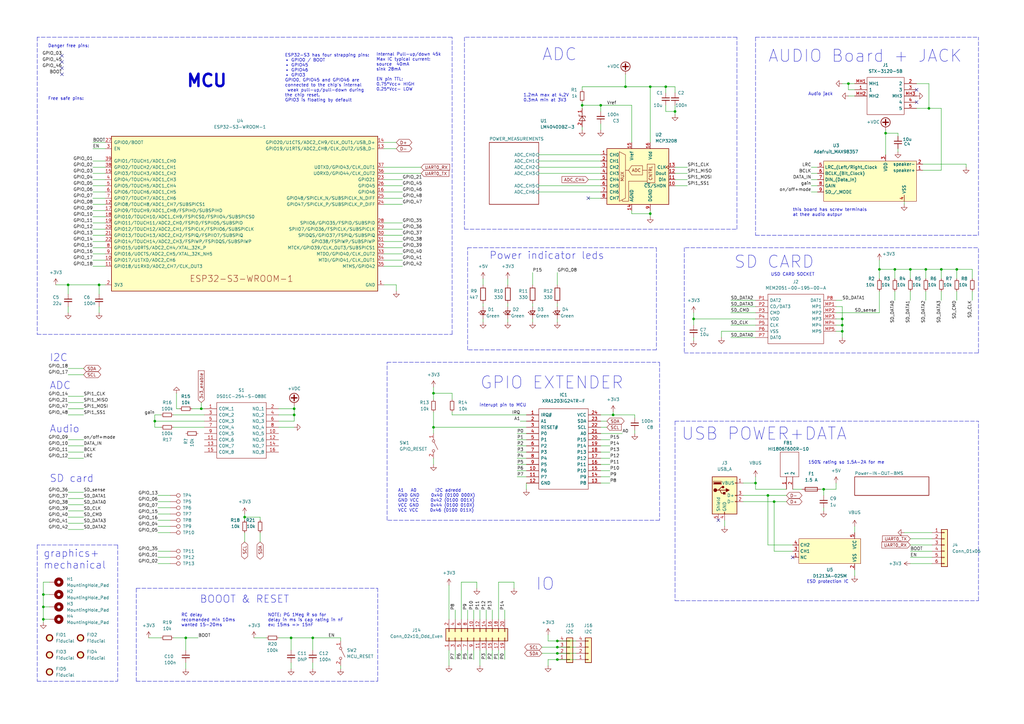
<source format=kicad_sch>
(kicad_sch (version 20211123) (generator eeschema)
  (paper "A3")
  (title_block (title "ESP32 MP3 player/web radio+power meter+uSD dataloger") (date "2022-06-30") (rev "2"))
  (junction (at 228.6 270.51))
  (junction (at 63.5 172.72))
  (junction (at 17.78 243.84))
  (junction (at 373.38 110.49))
  (junction (at 367.03 110.49))
  (junction (at 392.43 110.49))
  (junction (at 82.55 167.64))
  (junction (at 256.54 35.56))
  (junction (at 314.96 203.2))
  (junction (at 246.38 43.18))
  (junction (at 177.8 161.29))
  (junction (at 381 44.45))
  (junction (at 379.73 110.49))
  (junction (at 337.82 200.66))
  (junction (at 120.65 167.64))
  (junction (at 76.2 261.62))
  (junction (at 276.86 45.72))
  (junction (at 17.78 248.92))
  (junction (at 386.08 110.49))
  (junction (at 128.27 261.62))
  (junction (at 345.44 133.35))
  (junction (at 177.8 175.26))
  (junction (at 266.7 87.63))
  (junction (at 119.38 261.62))
  (junction (at 27.94 116.84))
  (junction (at 228.6 262.89))
  (junction (at 317.5 205.74))
  (junction (at 309.88 198.12))
  (junction (at 228.6 267.97))
  (junction (at 40.64 116.84))
  (junction (at 347.98 34.29))
  (junction (at 360.68 110.49))
  (junction (at 100.33 212.09))
  (junction (at 251.46 170.18))
  (junction (at 363.22 54.61))
  (junction (at 266.7 35.56))
  (junction (at 120.65 170.18))
  (junction (at 273.05 35.56))
  (junction (at 284.48 130.81))
  (junction (at 228.6 265.43))
  (junction (at 17.78 254))
  (junction (at 238.76 43.18))
  (junction (at 345.44 135.89))
  (junction (at 345.44 130.81))
  (no_connect (at 241.3 81.28))
  (no_connect (at 25.4 25.4))
  (no_connect (at 25.4 30.48))
  (no_connect (at 25.4 27.94))
  (no_connect (at 375.92 36.83))
  (no_connect (at 375.92 41.91))
  (no_connect (at 25.4 22.86))
  (no_connect (at 294.64 213.36))
  (no_connect (at 325.12 228.6))
  (wire (pts (xy 224.79 260.35) (xy 224.79 262.89)))
  (wire (pts (xy 304.8 198.12) (xy 309.88 198.12)))
  (wire (pts (xy 255.27 177.8) (xy 246.38 177.8)))
  (wire (pts (xy 375.92 44.45) (xy 381 44.45)))
  (wire (pts (xy 332.74 71.12) (xy 335.28 71.12)))
  (wire (pts (xy 81.28 261.62) (xy 76.2 261.62)))
  (wire (pts (xy 27.94 180.34) (xy 34.29 180.34)))
  (wire (pts (xy 220.98 71.12) (xy 246.38 71.12)))
  (wire (pts (xy 64.77 228.6) (xy 69.85 228.6)))
  (wire (pts (xy 198.12 114.3) (xy 198.12 116.84)))
  (wire (pts (xy 342.9 133.35) (xy 345.44 133.35)))
  (polyline (pts (xy 240.03 148.59) (xy 270.51 148.59)))
  (wire (pts (xy 378.46 67.31) (xy 396.24 67.31)))
  (wire (pts (xy 201.93 270.51) (xy 201.93 266.7)))
  (wire (pts (xy 299.72 133.35) (xy 309.88 133.35)))
  (wire (pts (xy 157.48 68.58) (xy 172.72 68.58)))
  (wire (pts (xy 189.23 254) (xy 189.23 238.76)))
  (wire (pts (xy 64.77 205.74) (xy 69.85 205.74)))
  (wire (pts (xy 38.1 91.44) (xy 43.18 91.44)))
  (wire (pts (xy 114.3 175.26) (xy 120.65 175.26)))
  (wire (pts (xy 259.08 43.18) (xy 259.08 58.42)))
  (wire (pts (xy 177.8 175.26) (xy 215.9 175.26)))
  (polyline (pts (xy 270.51 213.36) (xy 158.75 213.36)))
  (wire (pts (xy 212.09 195.58) (xy 215.9 195.58)))
  (wire (pts (xy 373.38 220.98) (xy 382.27 220.98)))
  (wire (pts (xy 38.1 68.58) (xy 43.18 68.58)))
  (wire (pts (xy 379.73 119.38) (xy 379.73 123.19)))
  (wire (pts (xy 157.48 106.68) (xy 165.1 106.68)))
  (wire (pts (xy 17.78 254) (xy 20.32 254)))
  (polyline (pts (xy 270.51 148.59) (xy 270.51 213.36)))
  (wire (pts (xy 284.48 133.35) (xy 284.48 130.81)))
  (wire (pts (xy 238.76 52.07) (xy 238.76 53.34)))
  (wire (pts (xy 392.43 110.49) (xy 392.43 114.3)))
  (wire (pts (xy 186.69 270.51) (xy 186.69 266.7)))
  (wire (pts (xy 27.94 187.96) (xy 34.29 187.96)))
  (wire (pts (xy 78.74 167.64) (xy 82.55 167.64)))
  (wire (pts (xy 241.3 81.28) (xy 246.38 81.28)))
  (wire (pts (xy 218.44 111.76) (xy 218.44 116.84)))
  (wire (pts (xy 367.03 110.49) (xy 373.38 110.49)))
  (wire (pts (xy 64.77 231.14) (xy 69.85 231.14)))
  (wire (pts (xy 198.12 130.81) (xy 198.12 132.08)))
  (wire (pts (xy 228.6 270.51) (xy 236.22 270.51)))
  (wire (pts (xy 373.38 228.6) (xy 382.27 228.6)))
  (wire (pts (xy 381 34.29) (xy 375.92 34.29)))
  (wire (pts (xy 64.77 210.82) (xy 69.85 210.82)))
  (wire (pts (xy 246.38 182.88) (xy 250.19 182.88)))
  (wire (pts (xy 276.86 43.18) (xy 276.86 45.72)))
  (wire (pts (xy 157.48 83.82) (xy 165.1 83.82)))
  (wire (pts (xy 246.38 198.12) (xy 250.19 198.12)))
  (wire (pts (xy 241.3 73.66) (xy 246.38 73.66)))
  (wire (pts (xy 128.27 271.78) (xy 128.27 274.32)))
  (wire (pts (xy 120.65 166.37) (xy 120.65 167.64)))
  (wire (pts (xy 314.96 203.2) (xy 314.96 223.52)))
  (polyline (pts (xy 185.42 15.24) (xy 15.24 15.24)))
  (wire (pts (xy 185.42 161.29) (xy 177.8 161.29)))
  (wire (pts (xy 22.86 116.84) (xy 27.94 116.84)))
  (wire (pts (xy 38.1 106.68) (xy 43.18 106.68)))
  (wire (pts (xy 218.44 124.46) (xy 218.44 125.73)))
  (wire (pts (xy 76.2 266.7) (xy 76.2 261.62)))
  (wire (pts (xy 325.12 223.52) (xy 314.96 223.52)))
  (wire (pts (xy 332.74 73.66) (xy 335.28 73.66)))
  (wire (pts (xy 63.5 172.72) (xy 63.5 175.26)))
  (wire (pts (xy 299.72 138.43) (xy 309.88 138.43)))
  (wire (pts (xy 157.48 101.6) (xy 165.1 101.6)))
  (wire (pts (xy 40.64 120.65) (xy 40.64 116.84)))
  (polyline (pts (xy 309.88 96.52) (xy 401.32 96.52)))
  (wire (pts (xy 177.8 158.75) (xy 177.8 161.29)))
  (wire (pts (xy 157.48 71.12) (xy 172.72 71.12)))
  (wire (pts (xy 276.86 68.58) (xy 281.94 68.58)))
  (wire (pts (xy 120.65 170.18) (xy 120.65 167.64)))
  (wire (pts (xy 82.55 167.64) (xy 83.82 167.64)))
  (polyline (pts (xy 401.32 246.38) (xy 401.32 172.72)))
  (wire (pts (xy 157.48 81.28) (xy 165.1 81.28)))
  (wire (pts (xy 157.48 78.74) (xy 165.1 78.74)))
  (wire (pts (xy 373.38 110.49) (xy 379.73 110.49)))
  (wire (pts (xy 38.1 96.52) (xy 43.18 96.52)))
  (wire (pts (xy 128.27 261.62) (xy 139.7 261.62)))
  (wire (pts (xy 38.1 86.36) (xy 43.18 86.36)))
  (wire (pts (xy 297.18 213.36) (xy 297.18 215.9)))
  (wire (pts (xy 332.74 76.2) (xy 335.28 76.2)))
  (wire (pts (xy 83.82 172.72) (xy 63.5 172.72)))
  (wire (pts (xy 64.77 203.2) (xy 69.85 203.2)))
  (wire (pts (xy 38.1 71.12) (xy 43.18 71.12)))
  (wire (pts (xy 332.74 78.74) (xy 335.28 78.74)))
  (wire (pts (xy 27.94 209.55) (xy 34.29 209.55)))
  (wire (pts (xy 367.03 119.38) (xy 367.03 123.19)))
  (wire (pts (xy 157.48 109.22) (xy 165.1 109.22)))
  (wire (pts (xy 220.98 63.5) (xy 246.38 63.5)))
  (polyline (pts (xy 280.67 144.78) (xy 401.32 144.78)))
  (wire (pts (xy 222.25 265.43) (xy 228.6 265.43)))
  (wire (pts (xy 38.1 104.14) (xy 43.18 104.14)))
  (wire (pts (xy 162.56 116.84) (xy 162.56 119.38)))
  (wire (pts (xy 38.1 83.82) (xy 43.18 83.82)))
  (wire (pts (xy 100.33 210.82) (xy 100.33 212.09)))
  (wire (pts (xy 157.48 60.96) (xy 162.56 60.96)))
  (wire (pts (xy 347.98 34.29) (xy 350.52 34.29)))
  (polyline (pts (xy 401.32 144.78) (xy 401.32 101.6)))
  (wire (pts (xy 207.01 270.51) (xy 207.01 266.7)))
  (wire (pts (xy 360.68 110.49) (xy 367.03 110.49)))
  (wire (pts (xy 64.77 226.06) (xy 69.85 226.06)))
  (wire (pts (xy 342.9 125.73) (xy 345.44 125.73)))
  (wire (pts (xy 228.6 130.81) (xy 228.6 132.08)))
  (wire (pts (xy 114.3 261.62) (xy 119.38 261.62)))
  (polyline (pts (xy 302.26 93.98) (xy 302.26 15.24)))
  (wire (pts (xy 295.91 135.89) (xy 309.88 135.89)))
  (wire (pts (xy 40.64 116.84) (xy 43.18 116.84)))
  (polyline (pts (xy 158.75 213.36) (xy 158.75 148.59)))
  (polyline (pts (xy 191.77 143.51) (xy 191.77 101.6)))
  (wire (pts (xy 27.94 170.18) (xy 34.29 170.18)))
  (wire (pts (xy 273.05 35.56) (xy 276.86 35.56)))
  (wire (pts (xy 266.7 86.36) (xy 266.7 87.63)))
  (wire (pts (xy 370.84 218.44) (xy 382.27 218.44)))
  (wire (pts (xy 386.08 110.49) (xy 386.08 114.3)))
  (wire (pts (xy 246.38 172.72) (xy 248.92 172.72)))
  (wire (pts (xy 276.86 73.66) (xy 281.94 73.66)))
  (polyline (pts (xy 276.86 172.72) (xy 401.32 172.72)))
  (wire (pts (xy 220.98 78.74) (xy 246.38 78.74)))
  (polyline (pts (xy 154.94 279.4) (xy 154.94 241.3)))
  (wire (pts (xy 220.98 66.04) (xy 246.38 66.04)))
  (wire (pts (xy 276.86 45.72) (xy 273.05 45.72)))
  (wire (pts (xy 350.52 236.22) (xy 350.52 233.68)))
  (wire (pts (xy 157.48 91.44) (xy 165.1 91.44)))
  (wire (pts (xy 64.77 208.28) (xy 69.85 208.28)))
  (wire (pts (xy 204.47 270.51) (xy 204.47 266.7)))
  (wire (pts (xy 38.1 99.06) (xy 43.18 99.06)))
  (wire (pts (xy 27.94 201.93) (xy 34.29 201.93)))
  (wire (pts (xy 17.78 243.84) (xy 20.32 243.84)))
  (wire (pts (xy 157.48 99.06) (xy 165.1 99.06)))
  (wire (pts (xy 38.1 58.42) (xy 43.18 58.42)))
  (wire (pts (xy 64.77 215.9) (xy 69.85 215.9)))
  (wire (pts (xy 367.03 110.49) (xy 367.03 114.3)))
  (wire (pts (xy 299.72 125.73) (xy 309.88 125.73)))
  (wire (pts (xy 72.39 167.64) (xy 72.39 161.29)))
  (wire (pts (xy 139.7 261.62) (xy 139.7 262.89)))
  (wire (pts (xy 228.6 265.43) (xy 236.22 265.43)))
  (wire (pts (xy 17.78 238.76) (xy 17.78 243.84)))
  (polyline (pts (xy 55.88 279.4) (xy 154.94 279.4)))
  (wire (pts (xy 238.76 36.83) (xy 238.76 35.56)))
  (wire (pts (xy 199.39 254) (xy 199.39 250.19)))
  (wire (pts (xy 185.42 163.83) (xy 185.42 161.29)))
  (wire (pts (xy 27.94 212.09) (xy 34.29 212.09)))
  (polyline (pts (xy 401.32 96.52) (xy 401.32 15.24)))
  (wire (pts (xy 299.72 123.19) (xy 309.88 123.19)))
  (polyline (pts (xy 276.86 172.72) (xy 276.86 246.38)))
  (wire (pts (xy 386.08 44.45) (xy 386.08 69.85)))
  (wire (pts (xy 212.09 182.88) (xy 215.9 182.88)))
  (wire (pts (xy 246.38 187.96) (xy 250.19 187.96)))
  (wire (pts (xy 212.09 190.5) (xy 215.9 190.5)))
  (wire (pts (xy 299.72 128.27) (xy 309.88 128.27)))
  (wire (pts (xy 260.35 170.18) (xy 260.35 171.45)))
  (wire (pts (xy 276.86 46.99) (xy 276.86 45.72)))
  (wire (pts (xy 157.48 58.42) (xy 162.56 58.42)))
  (wire (pts (xy 27.94 214.63) (xy 34.29 214.63)))
  (wire (pts (xy 373.38 226.06) (xy 382.27 226.06)))
  (wire (pts (xy 222.25 267.97) (xy 228.6 267.97)))
  (wire (pts (xy 177.8 168.91) (xy 177.8 175.26)))
  (wire (pts (xy 337.82 209.55) (xy 337.82 208.28)))
  (wire (pts (xy 128.27 266.7) (xy 128.27 261.62)))
  (wire (pts (xy 204.47 254) (xy 204.47 238.76)))
  (wire (pts (xy 224.79 270.51) (xy 224.79 273.05)))
  (wire (pts (xy 213.36 172.72) (xy 215.9 172.72)))
  (wire (pts (xy 396.24 67.31) (xy 396.24 68.58)))
  (wire (pts (xy 100.33 212.09) (xy 106.68 212.09)))
  (wire (pts (xy 246.38 185.42) (xy 250.19 185.42)))
  (wire (pts (xy 273.05 35.56) (xy 273.05 38.1)))
  (wire (pts (xy 381 44.45) (xy 386.08 44.45)))
  (polyline (pts (xy 302.26 15.24) (xy 190.5 15.24)))
  (wire (pts (xy 398.78 119.38) (xy 398.78 123.19)))
  (wire (pts (xy 238.76 43.18) (xy 246.38 43.18)))
  (wire (pts (xy 177.8 187.96) (xy 177.8 190.5)))
  (wire (pts (xy 38.1 109.22) (xy 43.18 109.22)))
  (wire (pts (xy 360.68 106.68) (xy 360.68 110.49)))
  (wire (pts (xy 208.28 124.46) (xy 208.28 125.73)))
  (wire (pts (xy 63.5 170.18) (xy 63.5 172.72)))
  (wire (pts (xy 71.12 170.18) (xy 83.82 170.18)))
  (wire (pts (xy 119.38 271.78) (xy 119.38 274.32)))
  (wire (pts (xy 189.23 270.51) (xy 189.23 266.7)))
  (wire (pts (xy 345.44 125.73) (xy 345.44 130.81)))
  (wire (pts (xy 259.08 87.63) (xy 266.7 87.63)))
  (wire (pts (xy 276.86 76.2) (xy 281.94 76.2)))
  (wire (pts (xy 256.54 30.48) (xy 256.54 35.56)))
  (wire (pts (xy 246.38 43.18) (xy 246.38 45.72)))
  (wire (pts (xy 379.73 110.49) (xy 386.08 110.49)))
  (wire (pts (xy 337.82 200.66) (xy 342.9 200.66)))
  (wire (pts (xy 177.8 161.29) (xy 177.8 163.83)))
  (polyline (pts (xy 158.75 148.59) (xy 240.03 148.59)))
  (wire (pts (xy 17.78 248.92) (xy 17.78 254)))
  (wire (pts (xy 295.91 135.89) (xy 295.91 138.43)))
  (wire (pts (xy 100.33 218.44) (xy 100.33 222.25)))
  (polyline (pts (xy 15.24 15.24) (xy 15.24 137.16)))
  (wire (pts (xy 360.68 110.49) (xy 360.68 114.3)))
  (polyline (pts (xy 309.88 15.24) (xy 309.88 96.52)))
  (wire (pts (xy 345.44 133.35) (xy 345.44 135.89)))
  (wire (pts (xy 157.48 73.66) (xy 165.1 73.66)))
  (polyline (pts (xy 229.87 101.6) (xy 269.24 101.6)))
  (wire (pts (xy 373.38 231.14) (xy 382.27 231.14)))
  (wire (pts (xy 201.93 254) (xy 201.93 250.19)))
  (wire (pts (xy 378.46 69.85) (xy 386.08 69.85)))
  (wire (pts (xy 106.68 218.44) (xy 106.68 222.25)))
  (wire (pts (xy 386.08 110.49) (xy 392.43 110.49)))
  (wire (pts (xy 184.15 240.03) (xy 184.15 254)))
  (wire (pts (xy 251.46 168.91) (xy 251.46 170.18)))
  (wire (pts (xy 238.76 41.91) (xy 238.76 43.18)))
  (wire (pts (xy 194.31 254) (xy 194.31 250.19)))
  (wire (pts (xy 72.39 167.64) (xy 73.66 167.64)))
  (polyline (pts (xy 269.24 143.51) (xy 191.77 143.51)))
  (wire (pts (xy 196.85 266.7) (xy 196.85 273.05)))
  (wire (pts (xy 345.44 130.81) (xy 345.44 133.35)))
  (wire (pts (xy 119.38 261.62) (xy 128.27 261.62)))
  (wire (pts (xy 246.38 195.58) (xy 250.19 195.58)))
  (wire (pts (xy 199.39 270.51) (xy 199.39 266.7)))
  (wire (pts (xy 228.6 111.76) (xy 228.6 116.84)))
  (wire (pts (xy 20.32 248.92) (xy 17.78 248.92)))
  (polyline (pts (xy 323.85 101.6) (xy 280.67 101.6)))
  (wire (pts (xy 27.94 182.88) (xy 34.29 182.88)))
  (polyline (pts (xy 55.88 241.3) (xy 154.94 241.3)))
  (wire (pts (xy 347.98 34.29) (xy 345.44 34.29)))
  (wire (pts (xy 27.94 217.17) (xy 34.29 217.17)))
  (wire (pts (xy 119.38 266.7) (xy 119.38 261.62)))
  (wire (pts (xy 17.78 243.84) (xy 17.78 248.92)))
  (wire (pts (xy 345.44 135.89) (xy 345.44 138.43)))
  (wire (pts (xy 360.68 119.38) (xy 360.68 128.27)))
  (wire (pts (xy 309.88 195.58) (xy 309.88 198.12)))
  (wire (pts (xy 212.09 193.04) (xy 215.9 193.04)))
  (wire (pts (xy 27.94 162.56) (xy 34.29 162.56)))
  (wire (pts (xy 342.9 128.27) (xy 360.68 128.27)))
  (wire (pts (xy 208.28 130.81) (xy 208.28 132.08)))
  (wire (pts (xy 27.94 151.13) (xy 34.29 151.13)))
  (wire (pts (xy 342.9 135.89) (xy 345.44 135.89)))
  (wire (pts (xy 224.79 262.89) (xy 228.6 262.89)))
  (wire (pts (xy 76.2 261.62) (xy 71.12 261.62)))
  (wire (pts (xy 309.88 198.12) (xy 309.88 200.66)))
  (wire (pts (xy 284.48 130.81) (xy 309.88 130.81)))
  (wire (pts (xy 246.38 175.26) (xy 248.92 175.26)))
  (wire (pts (xy 342.9 130.81) (xy 345.44 130.81)))
  (wire (pts (xy 194.31 270.51) (xy 194.31 266.7)))
  (wire (pts (xy 246.38 53.34) (xy 246.38 50.8)))
  (wire (pts (xy 276.86 71.12) (xy 281.94 71.12)))
  (polyline (pts (xy 185.42 137.16) (xy 185.42 15.24)))
  (wire (pts (xy 38.1 60.96) (xy 43.18 60.96)))
  (wire (pts (xy 208.28 114.3) (xy 208.28 116.84)))
  (polyline (pts (xy 280.67 101.6) (xy 280.67 144.78)))
  (wire (pts (xy 246.38 43.18) (xy 259.08 43.18)))
  (wire (pts (xy 100.33 212.09) (xy 100.33 213.36)))
  (wire (pts (xy 120.65 172.72) (xy 120.65 170.18)))
  (wire (pts (xy 220.98 68.58) (xy 246.38 68.58)))
  (wire (pts (xy 304.8 203.2) (xy 314.96 203.2)))
  (wire (pts (xy 27.94 153.67) (xy 34.29 153.67)))
  (wire (pts (xy 260.35 177.8) (xy 260.35 176.53)))
  (wire (pts (xy 114.3 172.72) (xy 120.65 172.72)))
  (wire (pts (xy 27.94 207.01) (xy 34.29 207.01)))
  (wire (pts (xy 266.7 35.56) (xy 273.05 35.56)))
  (wire (pts (xy 157.48 76.2) (xy 165.1 76.2)))
  (wire (pts (xy 210.82 238.76) (xy 210.82 241.3)))
  (polyline (pts (xy 15.24 279.4) (xy 48.26 279.4)))
  (polyline (pts (xy 15.24 137.16) (xy 185.42 137.16)))
  (wire (pts (xy 238.76 44.45) (xy 238.76 43.18)))
  (wire (pts (xy 76.2 271.78) (xy 76.2 274.32)))
  (wire (pts (xy 139.7 273.05) (xy 139.7 274.32)))
  (wire (pts (xy 363.22 54.61) (xy 363.22 63.5)))
  (wire (pts (xy 246.38 190.5) (xy 250.19 190.5)))
  (wire (pts (xy 373.38 223.52) (xy 382.27 223.52)))
  (polyline (pts (xy 55.88 241.3) (xy 55.88 279.4)))
  (wire (pts (xy 218.44 130.81) (xy 218.44 132.08)))
  (wire (pts (xy 17.78 254) (xy 17.78 255.27)))
  (wire (pts (xy 350.52 39.37) (xy 347.98 39.37)))
  (wire (pts (xy 64.77 213.36) (xy 69.85 213.36)))
  (wire (pts (xy 337.82 200.66) (xy 337.82 203.2)))
  (polyline (pts (xy 309.88 15.24) (xy 401.32 15.24)))
  (polyline (pts (xy 269.24 101.6) (xy 269.24 143.51)))
  (wire (pts (xy 228.6 124.46) (xy 228.6 125.73)))
  (wire (pts (xy 238.76 35.56) (xy 256.54 35.56)))
  (wire (pts (xy 246.38 170.18) (xy 251.46 170.18)))
  (wire (pts (xy 215.9 170.18) (xy 185.42 170.18)))
  (wire (pts (xy 332.74 68.58) (xy 335.28 68.58)))
  (wire (pts (xy 215.9 198.12) (xy 215.9 200.66)))
  (wire (pts (xy 27.94 185.42) (xy 34.29 185.42)))
  (wire (pts (xy 38.1 66.04) (xy 43.18 66.04)))
  (wire (pts (xy 347.98 34.29) (xy 347.98 36.83)))
  (wire (pts (xy 40.64 125.73) (xy 40.64 128.27)))
  (wire (pts (xy 266.7 35.56) (xy 266.7 58.42)))
  (wire (pts (xy 114.3 167.64) (xy 120.65 167.64)))
  (wire (pts (xy 63.5 170.18) (xy 66.04 170.18)))
  (wire (pts (xy 325.12 226.06) (xy 317.5 226.06)))
  (wire (pts (xy 196.85 254) (xy 196.85 250.19)))
  (wire (pts (xy 198.12 124.46) (xy 198.12 125.73)))
  (wire (pts (xy 191.77 254) (xy 191.77 250.19)))
  (wire (pts (xy 157.48 104.14) (xy 165.1 104.14)))
  (wire (pts (xy 370.84 82.55) (xy 370.84 83.82)))
  (wire (pts (xy 246.38 193.04) (xy 250.19 193.04)))
  (wire (pts (xy 189.23 238.76) (xy 195.58 238.76)))
  (wire (pts (xy 207.01 254) (xy 207.01 250.19)))
  (wire (pts (xy 304.8 205.74) (xy 317.5 205.74)))
  (wire (pts (xy 228.6 262.89) (xy 236.22 262.89)))
  (wire (pts (xy 64.77 218.44) (xy 69.85 218.44)))
  (wire (pts (xy 386.08 119.38) (xy 386.08 123.19)))
  (polyline (pts (xy 190.5 93.98) (xy 302.26 93.98)))
  (wire (pts (xy 27.94 204.47) (xy 34.29 204.47)))
  (wire (pts (xy 66.04 175.26) (xy 63.5 175.26)))
  (wire (pts (xy 381 34.29) (xy 381 44.45)))
  (wire (pts (xy 27.94 167.64) (xy 34.29 167.64)))
  (polyline (pts (xy 190.5 15.24) (xy 190.5 93.98)))
  (wire (pts (xy 317.5 205.74) (xy 322.58 205.74)))
  (wire (pts (xy 27.94 116.84) (xy 40.64 116.84)))
  (wire (pts (xy 336.55 200.66) (xy 337.82 200.66)))
  (polyline (pts (xy 323.85 101.6) (xy 401.32 101.6)))
  (wire (pts (xy 185.42 170.18) (xy 185.42 168.91)))
  (wire (pts (xy 82.55 165.1) (xy 82.55 167.64)))
  (wire (pts (xy 27.94 120.65) (xy 27.94 116.84)))
  (wire (pts (xy 224.79 270.51) (xy 228.6 270.51)))
  (wire (pts (xy 392.43 110.49) (xy 398.78 110.49)))
  (wire (pts (xy 212.09 177.8) (xy 215.9 177.8)))
  (wire (pts (xy 71.12 175.26) (xy 83.82 175.26)))
  (wire (pts (xy 27.94 125.73) (xy 27.94 128.27)))
  (wire (pts (xy 284.48 139.7) (xy 284.48 138.43)))
  (wire (pts (xy 398.78 110.49) (xy 398.78 114.3)))
  (wire (pts (xy 191.77 270.51) (xy 191.77 266.7)))
  (wire (pts (xy 177.8 177.8) (xy 177.8 175.26)))
  (wire (pts (xy 342.9 198.12) (xy 342.9 200.66)))
  (wire (pts (xy 379.73 110.49) (xy 379.73 114.3)))
  (wire (pts (xy 228.6 267.97) (xy 236.22 267.97)))
  (wire (pts (xy 38.1 78.74) (xy 43.18 78.74)))
  (wire (pts (xy 392.43 119.38) (xy 392.43 123.19)))
  (wire (pts (xy 350.52 215.9) (xy 350.52 218.44)))
  (wire (pts (xy 314.96 203.2) (xy 322.58 203.2)))
  (wire (pts (xy 157.48 96.52) (xy 165.1 96.52)))
  (wire (pts (xy 276.86 38.1) (xy 276.86 35.56)))
  (wire (pts (xy 186.69 254) (xy 186.69 250.19)))
  (polyline (pts (xy 276.86 246.38) (xy 401.32 246.38)))
  (polyline (pts (xy 191.77 101.6) (xy 231.14 101.6)))
  (wire (pts (xy 20.32 238.76) (xy 17.78 238.76)))
  (wire (pts (xy 368.3 54.61) (xy 363.22 54.61)))
  (wire (pts (xy 104.14 261.62) (xy 109.22 261.62)))
  (wire (pts (xy 212.09 187.96) (xy 215.9 187.96)))
  (wire (pts (xy 38.1 76.2) (xy 43.18 76.2)))
  (wire (pts (xy 204.47 238.76) (xy 210.82 238.76)))
  (wire (pts (xy 38.1 101.6) (xy 43.18 101.6)))
  (polyline (pts (xy 48.26 223.52) (xy 15.24 223.52)))
  (wire (pts (xy 184.15 266.7) (xy 184.15 273.05)))
  (wire (pts (xy 60.96 261.62) (xy 66.04 261.62)))
  (wire (pts (xy 38.1 93.98) (xy 43.18 93.98)))
  (wire (pts (xy 273.05 45.72) (xy 273.05 43.18)))
  (wire (pts (xy 347.98 36.83) (xy 350.52 36.83)))
  (polyline (pts (xy 15.24 223.52) (xy 15.24 279.4)))
  (wire (pts (xy 342.9 123.19) (xy 345.44 123.19)))
  (polyline (pts (xy 48.26 223.52) (xy 48.26 279.4)))
  (wire (pts (xy 373.38 110.49) (xy 373.38 114.3)))
  (wire (pts (xy 27.94 165.1) (xy 34.29 165.1)))
  (wire (pts (xy 38.1 73.66) (xy 43.18 73.66)))
  (wire (pts (xy 106.68 213.36) (xy 106.68 212.09)))
  (wire (pts (xy 38.1 88.9) (xy 43.18 88.9)))
  (wire (pts (xy 195.58 238.76) (xy 195.58 241.3)))
  (wire (pts (xy 220.98 76.2) (xy 246.38 76.2)))
  (wire (pts (xy 266.7 87.63) (xy 266.7 88.9)))
  (wire (pts (xy 157.48 116.84) (xy 162.56 116.84)))
  (wire (pts (xy 363.22 53.34) (xy 363.22 54.61)))
  (wire (pts (xy 251.46 170.18) (xy 260.35 170.18)))
  (wire (pts (xy 368.3 60.96) (xy 368.3 62.23)))
  (wire (pts (xy 309.88 200.66) (xy 322.58 200.66)))
  (wire (pts (xy 325.12 200.66) (xy 328.93 200.66)))
  (wire (pts (xy 256.54 35.56) (xy 266.7 35.56)))
  (wire (pts (xy 246.38 180.34) (xy 250.19 180.34)))
  (wire (pts (xy 212.09 185.42) (xy 215.9 185.42)))
  (wire (pts (xy 284.48 128.27) (xy 284.48 130.81)))
  (wire (pts (xy 368.3 54.61) (xy 368.3 55.88)))
  (wire (pts (xy 317.5 205.74) (xy 317.5 226.06)))
  (wire (pts (xy 114.3 170.18) (xy 120.65 170.18)))
  (wire (pts (xy 373.38 119.38) (xy 373.38 123.19)))
  (wire (pts (xy 259.08 86.36) (xy 259.08 87.63)))
  (wire (pts (xy 157.48 93.98) (xy 165.1 93.98)))
  (wire (pts (xy 212.09 180.34) (xy 215.9 180.34)))
  (wire (pts (xy 38.1 81.28) (xy 43.18 81.28)))
  (text "AUDIO Board + JACK" (at 314.96 26.035 0) (effects (font (size 5 5)) (justify left bottom)))
  (text "interupt pin to MCU" (at 215.9 167.005 180) (effects (font (size 1.27 1.27)) (justify right bottom)))
  (text "IO " (at 219.71 242.57 0) (effects (font (size 5 5)) (justify left bottom)))
  (text "USD CARD SOCKET" (at 316.103 113.411 0) (effects (font (size 1.27 1.27)) (justify left bottom)))
  (text "RC delay\nrecomanded min 10ms\nwanted 15-20ms" (at 74.295 257.175 0) (effects (font (size 1.27 1.27)) (justify left bottom)))
  (text "Free safe pins:" (at 19.685 41.275 0) (effects (font (size 1.27 1.27)) (justify left bottom)))
  (text "SD card" (at 20.32 198.12 0) (effects (font (size 3 3)) (justify left bottom)))
  (text "Power indicator leds" (at 200.66 106.68 0) (effects (font (size 3 3)) (justify left bottom)))
  (text "Audio" (at 20.32 177.8 0) (effects (font (size 3 3)) (justify left bottom)))
  (text "NOTE: PG 1Meg R so for\ndelay in ms is cap rating in nF\nex: 15ms => 15nF" (at 109.855 257.175 0) (effects (font (size 1.27 1.27)) (justify left bottom)))
  (text "150% rating so 1.5A-2A for me" (at 331.47 190.5 0) (effects (font (size 1.27 1.27)) (justify left bottom)))
  (text "MCU" (at 76.2 36.195 0) (effects (font (size 5 5) (thickness 1) bold) (justify left bottom)))
  (text "ESD protection IC" (at 330.835 239.395 0) (effects (font (size 1.27 1.27)) (justify left bottom)))
  (text "I2C" (at 20.32 148.59 0) (effects (font (size 3 3)) (justify left bottom)))
  (text "ESP32-S3 has four strapping pins:\n• GPIO0 / BOOT\n• GPIO45\n• GPIO46\n• GPIO3\nGPIO0, GPIO45 and GPIO46 are\nconnected to the chip's internal\n weak pull-up/pull-down during\nthe chip reset.\nGPIO3 is floating by default" (at 116.84 41.91 0) (effects (font (size 1.27 1.27)) (justify left bottom)))
  (text "Internal Pull-up/down 45k\nMax IC typical current:\nsource  40mA\nsink 28mA\n\nEN pin TTL:\n0.75*Vcc+ HIGH\n0.25*Vcc- LOW" (at 154.305 37.465 0) (effects (font (size 1.27 1.27)) (justify left bottom)))
  (text "A1   A0        I2C adredd\nGND GND     0x40 (0100 000X)\nGND VCC     0x42 (0100 001X)\nVCC GND     0x44 (0100 010X)\nVCC VCC     0x46 (0100 011X)" (at 163.195 210.185 0) (effects (font (size 1.27 1.27)) (justify left bottom)))
  (text "GPIO EXTENDER" (at 196.85 160.02 0) (effects (font (size 5 5)) (justify left bottom)))
  (text "SD CARD" (at 300.99 110.49 0) (effects (font (size 5 5)) (justify left bottom)))
  (text "Danger free pins:\n" (at 19.685 19.685 0) (effects (font (size 1.27 1.27)) (justify left bottom)))
  (text "USB POWER+DATA" (at 279.4 180.975 0) (effects (font (size 5 5)) (justify left bottom)))
  (text "ADC" (at 222.25 25.4 0) (effects (font (size 5 5)) (justify left bottom)))
  (text "ADC" (at 20.32 160.02 0) (effects (font (size 3 3)) (justify left bottom)))
  (text "graphics+\nmechanical" (at 17.78 233.68 0) (effects (font (size 3 3)) (justify left bottom)))
  (text "1.2mA max at 4.2V\n0.3mA min at 3V3" (at 214.63 41.91 0) (effects (font (size 1.27 1.27)) (justify left bottom)))
  (text "Audio jack" (at 331.47 39.37 0) (effects (font (size 1.27 1.27)) (justify left bottom)))
  (text "this board has screw terminals\nat thee audio autpur" (at 325.12 88.9 0) (effects (font (size 1.27 1.27)) (justify left bottom)))
  (text "BOOOT & RESET" (at 81.915 247.65 0) (effects (font (size 3 3)) (justify left bottom)))
  (label "gain" (at 63.5 170.18 180))
  (label "P8" (at 186.69 250.19 90))
  (label "GPIO_45" (at 165.1 76.2 0))
  (label "GPIO_39" (at 27.94 209.55 180))
  (label "SD_DATA1" (at 34.29 204.47 0))
  (label "P6" (at 212.09 193.04 0))
  (label "SD_CLK" (at 34.29 209.55 0))
  (label "GPIO_21" (at 27.94 165.1 180))
  (label "SPI1_MISO" (at 281.94 71.12 0))
  (label "SD_CMD" (at 392.43 123.19 270))
  (label "GPIO_37" (at 165.1 96.52 0))
  (label "P2" (at 201.93 270.51 90))
  (label "GPIO_15" (at 38.1 101.6 180))
  (label "GPIO_38" (at 165.1 99.06 0))
  (label "P14" (at 207.01 250.19 90))
  (label "A0" (at 255.27 177.8 0))
  (label "EN" (at 373.38 228.6 0))
  (label "SPI1_SS1" (at 34.29 170.18 0))
  (label "BCLK" (at 34.29 185.42 0))
  (label "SD_DATA1" (at 345.44 123.19 0))
  (label "SD_sense" (at 34.29 201.93 0))
  (label "BOOT" (at 373.38 226.06 0))
  (label "IRQ" (at 213.36 170.18 180))
  (label "GPIO_38" (at 27.94 207.01 180))
  (label "GPIO_17" (at 38.1 106.68 180))
  (label "GPIO_42" (at 27.94 217.17 180))
  (label "P0" (at 212.09 177.8 0))
  (label "BOOT" (at 38.1 58.42 0))
  (label "GPIO_08" (at 38.1 83.82 180))
  (label "GPIO_03" (at 38.1 71.12 180))
  (label "gain" (at 332.74 76.2 180))
  (label "A1" (at 213.36 172.72 180))
  (label "Vref" (at 248.92 43.18 0))
  (label "GPIO_39" (at 165.1 101.6 0))
  (label "GPIO_15" (at 64.77 210.82 180))
  (label "P10" (at 194.31 250.19 90))
  (label "P6" (at 189.23 270.51 90))
  (label "DATA_IN" (at 332.74 73.66 180))
  (label "EN" (at 134.62 261.62 0))
  (label "P7" (at 186.69 270.51 90))
  (label "P8" (at 250.19 198.12 0))
  (label "P10" (at 250.19 193.04 0))
  (label "GPIO_48" (at 27.94 170.18 180))
  (label "GPIO_41" (at 27.94 214.63 180))
  (label "P1" (at 204.47 270.51 90))
  (label "P0" (at 207.01 270.51 90))
  (label "SD_CMD" (at 34.29 212.09 0))
  (label "P11" (at 196.85 250.19 90))
  (label "P13" (at 250.19 185.42 0))
  (label "on{slash}off+mode" (at 34.29 180.34 0))
  (label "GPIO_45" (at 25.4 25.4 180))
  (label "GPIO_35" (at 64.77 226.06 180))
  (label "SD_CLK" (at 398.78 123.19 270))
  (label "GPIO_05" (at 64.77 218.44 180))
  (label "GPIO_46" (at 25.4 27.94 180))
  (label "DATA_IN" (at 34.29 182.88 0))
  (label "SD_DATA3" (at 34.29 214.63 0))
  (label "BOOT" (at 81.28 261.62 0))
  (label "GPIO_01" (at 64.77 228.6 180))
  (label "SD_DATA2" (at 299.72 123.19 0))
  (label "SD_DATA3" (at 299.72 125.73 0))
  (label "SD_CMD" (at 299.72 128.27 0))
  (label "BOOT" (at 25.4 30.48 180))
  (label "SPI1_SS1" (at 281.94 76.2 0))
  (label "P5" (at 212.09 190.5 0))
  (label "GPIO_12" (at 27.94 187.96 180))
  (label "P4" (at 194.31 270.51 90))
  (label "GPIO_37" (at 27.94 204.47 180))
  (label "SD_DATA2" (at 34.29 217.17 0))
  (label "GPIO_48" (at 165.1 81.28 0))
  (label "GPIO_47" (at 165.1 83.82 0))
  (label "GPIO_41" (at 165.1 106.68 0))
  (label "GPIO_47" (at 27.94 167.64 180))
  (label "LRC" (at 34.29 187.96 0))
  (label "GPIO_46" (at 165.1 78.74 0))
  (label "GPIO_14" (at 38.1 99.06 180))
  (label "P11" (at 250.19 190.5 0))
  (label "GPIO_07" (at 38.1 81.28 180))
  (label "SPI1_MOSI" (at 34.29 167.64 0))
  (label "GPIO_02" (at 64.77 231.14 180))
  (label "P13" (at 201.93 250.19 90))
  (label "GPIO_16" (at 64.77 213.36 180))
  (label "GPIO_36" (at 165.1 93.98 0))
  (label "GPIO_18" (at 38.1 109.22 180))
  (label "GPIO_04" (at 38.1 73.66 180))
  (label "GPIO_42" (at 165.1 109.22 0))
  (label "SPI1_CLK" (at 281.94 68.58 0))
  (label "GPIO_35" (at 165.1 91.44 0))
  (label "SPI1_MOSI" (at 281.94 73.66 0))
  (label "GPIO_10" (at 27.94 182.88 180))
  (label "P12" (at 250.19 187.96 0))
  (label "GPIO_11" (at 38.1 91.44 180))
  (label "P4" (at 212.09 187.96 0))
  (label "GPIO_07" (at 64.77 208.28 180))
  (label "P9" (at 250.19 195.58 0))
  (label "GPIO_06" (at 38.1 78.74 180))
  (label "on{slash}off+mode" (at 332.74 78.74 180))
  (label "GPIO_09" (at 27.94 180.34 180))
  (label "GPIO_01" (at 38.1 66.04 180))
  (label "GPIO_40" (at 27.94 212.09 180))
  (label "P5" (at 191.77 270.51 90))
  (label "GPIO_13" (at 64.77 203.2 180))
  (label "LRC" (at 332.74 68.58 180))
  (label "GPIO_09" (at 38.1 86.36 180))
  (label "P14" (at 250.19 182.88 0))
  (label "BCLK" (at 332.74 71.12 180))
  (label "GPIO_13" (at 38.1 96.52 180))
  (label "P12" (at 199.39 250.19 90))
  (label "GPIO_10" (at 38.1 88.9 180))
  (label "SD_DATA2" (at 379.73 123.19 270))
  (label "P3" (at 199.39 270.51 90))
  (label "GPIO_11" (at 27.94 185.42 180))
  (label "SPI1_CLK" (at 34.29 162.56 0))
  (label "GPIO_18" (at 27.94 151.13 180))
  (label "GPIO_05" (at 38.1 76.2 180))
  (label "SD_CLK" (at 299.72 133.35 0))
  (label "GPIO_12" (at 38.1 93.98 180))
  (label "GPIO_17" (at 27.94 153.67 180))
  (label "SPI1_MISO" (at 34.29 165.1 0))
  (label "SD_DATA0" (at 367.03 123.19 270))
  (label "GPIO_14" (at 27.94 162.56 180))
  (label "P7" (at 212.09 195.58 0))
  (label "GPIO_36" (at 27.94 201.93 180))
  (label "P3" (at 212.09 185.42 0))
  (label "P15" (at 218.44 111.76 0))
  (label "GPIO_40" (at 165.1 104.14 0))
  (label "GPIO_06" (at 64.77 205.74 180))
  (label "SD_DATA0" (at 299.72 138.43 0))
  (label "GPIO_02" (at 38.1 68.58 180))
  (label "P2" (at 212.09 182.88 0))
  (label "SD_sense" (at 350.52 128.27 0))
  (label "EN" (at 38.1 60.96 0))
  (label "SD_DATA3" (at 386.08 123.19 270))
  (label "P9" (at 191.77 250.19 90))
  (label "SD_DATA0" (at 34.29 207.01 0))
  (label "P15" (at 250.19 180.34 0))
  (label "GPIO_08" (at 228.6 111.76 0))
  (label "GPIO_03" (at 25.4 22.86 180))
  (label "GPIO_04" (at 64.77 215.9 180))
  (label "P1" (at 212.09 180.34 0))
  (label "GPIO_16" (at 38.1 104.14 180))
  (label "SD_DATA1" (at 373.38 123.19 270))
  (label "GPIO_21" (at 165.1 73.66 0))
  (global_label "SDA" (shape bidirectional) (at 34.29 151.13 0) (property "Intersheet References" "${INTERSHEET_REFS}" (effects hide)))
  (global_label "D-" (shape bidirectional) (at 162.56 60.96 0) (property "Intersheet References" "${INTERSHEET_REFS}" (effects hide)))
  (global_label "UART0_TX" (shape input) (at 172.72 71.12 0) (property "Intersheet References" "${INTERSHEET_REFS}" (effects hide)))
  (global_label "SCL" (shape bidirectional) (at 222.25 265.43 180) (property "Intersheet References" "${INTERSHEET_REFS}" (effects hide)))
  (global_label "ADC_CH4" (shape input) (at 241.3 73.66 180) (property "Intersheet References" "${INTERSHEET_REFS}" (effects hide)))
  (global_label "SCL" (shape input) (at 248.92 175.26 0) (property "Intersheet References" "${INTERSHEET_REFS}" (effects hide)))
  (global_label "3v3_enable" (shape input) (at 82.55 165.1 90) (property "Intersheet References" "${INTERSHEET_REFS}" (effects hide)))
  (global_label "SCL" (shape bidirectional) (at 100.33 222.25 270) (property "Intersheet References" "${INTERSHEET_REFS}" (effects hide)))
  (global_label "UART0_TX" (shape input) (at 373.38 220.98 180) (property "Intersheet References" "${INTERSHEET_REFS}" (effects hide)))
  (global_label "D+" (shape bidirectional) (at 162.56 58.42 0) (property "Intersheet References" "${INTERSHEET_REFS}" (effects hide)))
  (global_label "SCL" (shape bidirectional) (at 34.29 153.67 0) (property "Intersheet References" "${INTERSHEET_REFS}" (effects hide)))
  (global_label "SDA" (shape bidirectional) (at 222.25 267.97 180) (property "Intersheet References" "${INTERSHEET_REFS}" (effects hide)))
  (global_label "D-" (shape bidirectional) (at 322.58 203.2 0) (property "Intersheet References" "${INTERSHEET_REFS}" (effects hide)))
  (global_label "SDA" (shape bidirectional) (at 106.68 222.25 270) (property "Intersheet References" "${INTERSHEET_REFS}" (effects hide)))
  (global_label "UART0_RX" (shape input) (at 373.38 223.52 180) (property "Intersheet References" "${INTERSHEET_REFS}" (effects hide)))
  (global_label "UART0_RX" (shape input) (at 172.72 68.58 0) (property "Intersheet References" "${INTERSHEET_REFS}" (effects hide)))
  (global_label "SDA" (shape bidirectional) (at 248.92 172.72 0) (property "Intersheet References" "${INTERSHEET_REFS}" (effects hide)))
  (global_label "D+" (shape bidirectional) (at 322.58 205.74 0) (property "Intersheet References" "${INTERSHEET_REFS}" (effects hide)))
  (symbol (lib_id "Connector:TestPoint") (at 69.85 226.06 270) (unit 1) (in_bom no)
    (property "Reference" "TP11" (at 74.93 226.06 90) (effects (justify left)))
    (property "Value" "TestPoint" (effects hide))
    (property "Footprint" "TestPoint:TestPoint_THTPad_D2.0mm_Drill1.0mm" (effects hide))
  )
  (symbol (lib_id "Connector:TestPoint") (at 69.85 205.74 270) (unit 1) (in_bom no)
    (property "Reference" "TP5" (at 74.93 205.74 90) (effects (justify left)))
    (property "Value" "TestPoint" (effects hide))
    (property "Footprint" "TestPoint:TestPoint_Pad_1.5x1.5mm" (effects hide))
  )
  (symbol (lib_id "power:VBUS") (at 350.52 215.9 0) (mirror y) (unit 1)
    (property "Reference" "#PWR039" (effects hide))
    (property "Value" "VBUS" (at 350.52 210.185 0))
  )
  (symbol (lib_id "Device:R_Small") (at 68.58 170.18 90) (mirror x) (unit 1)
    (property "Reference" "R16" (at 68.58 165.1 90))
    (property "Value" "100k" (at 68.58 167.64 90))
    (property "Footprint" "Resistor_SMD:R_0603_1608Metric_Pad0.98x0.95mm_HandSolder" (effects hide))
  )
  (symbol (lib_id "Device:R_Small") (at 177.8 166.37 0) (mirror x) (unit 1)
    (property "Reference" "R13" (at 176.022 165.0999 0) (effects (justify right)))
    (property "Value" "10k" (at 176.022 167.6399 0) (effects (justify right)))
    (property "Footprint" "Resistor_SMD:R_0603_1608Metric_Pad0.98x0.95mm_HandSolder" (effects hide))
  )
  (symbol (lib_id "power:GND") (at 218.44 132.08 0) (mirror y) (unit 1)
    (property "Reference" "#PWR023" (effects hide))
    (property "Value" "GND" (effects hide))
  )
  (symbol (lib_id "Device:C_Small") (at 246.38 48.26 180) (unit 1)
    (property "Reference" "C3" (at 254 49.53 0) (effects (justify left)))
    (property "Value" "100n" (at 254 46.99 0) (effects (justify left)))
    (property "Footprint" "Capacitor_SMD:C_0603_1608Metric_Pad1.08x0.95mm_HandSolder" (effects hide))
  )
  (symbol (lib_id "Device:R_Small") (at 379.73 116.84 0) (mirror y) (unit 1)
    (property "Reference" "R5" (at 377.825 114.3 0) (effects (justify left)))
    (property "Value" "10k" (at 377.825 116.84 0) (effects (justify left)))
    (property "Footprint" "Resistor_SMD:R_0603_1608Metric_Pad0.98x0.95mm_HandSolder" (effects hide))
  )
  (symbol (lib_id "Device:R_Small") (at 68.58 175.26 270) (mirror x) (unit 1)
    (property "Reference" "R17" (at 68.58 180.34 90))
    (property "Value" "100k" (at 68.58 177.8 90))
    (property "Footprint" "Resistor_SMD:R_0603_1608Metric_Pad0.98x0.95mm_HandSolder" (effects hide))
  )
  (symbol (lib_id "Mechanical:Fiducial") (at 20.32 268.605 0) (unit 1) (in_bom no)
    (property "Reference" "FID3" (at 22.86 267.3349 0) (effects (justify left)))
    (property "Value" "Fiducial" (at 22.86 269.8749 0) (effects (justify left)))
    (property "Footprint" "Symbol:Polarity_Center_Positive_6mm_SilkScreen" (effects hide))
  )
  (symbol (lib_id "power:GND") (at 228.6 132.08 0) (mirror y) (unit 1)
    (property "Reference" "#PWR024" (effects hide))
    (property "Value" "GND" (effects hide))
  )
  (symbol (lib_id "power:GND") (at 368.3 62.23 0) (unit 1)
    (property "Reference" "#PWR09" (effects hide))
    (property "Value" "GND" (effects hide))
  )
  (symbol (lib_id "Device:R_Small") (at 185.42 166.37 0) (mirror x) (unit 1)
    (property "Reference" "R14" (at 191.77 165.1 0) (effects (justify right)))
    (property "Value" "10k" (at 191.77 167.64 0) (effects (justify right)))
    (property "Footprint" "Resistor_SMD:R_0603_1608Metric_Pad0.98x0.95mm_HandSolder" (effects hide))
  )
  (symbol (lib_id "power:+3V3") (at 251.46 168.91 0) (unit 1)
    (property "Reference" "#PWR0101" (effects hide))
    (property "Value" "+3V3" (at 251.46 163.83 0))
  )
  (symbol (lib_id "Device:R_Small") (at 398.78 116.84 0) (mirror y) (unit 1)
    (property "Reference" "R8" (at 396.875 114.3 0) (effects (justify left)))
    (property "Value" "10k" (at 396.875 116.84 0) (effects (justify left)))
    (property "Footprint" "Resistor_SMD:R_0603_1608Metric_Pad0.98x0.95mm_HandSolder" (effects hide))
  )
  (symbol (lib_id "Device:LED_Small") (at 228.6 128.27 90) (unit 1)
    (property "Reference" "D4" (at 230.505 126.9364 90) (effects (justify right)))
    (property "Value" "Green" (at 229.87 129.54 90) (effects (justify right)))
    (property "Footprint" "LED_SMD:LED_0603_1608Metric_Pad1.05x0.95mm_HandSolder" (effects hide))
  )
  (symbol (lib_id "power:GND") (at 76.2 274.32 0) (unit 1)
    (property "Reference" "#PWR046" (effects hide))
    (property "Value" "GND" (effects hide))
  )
  (symbol (lib_id "power:GND") (at 40.64 128.27 0) (unit 1)
    (property "Reference" "#PWR019" (effects hide))
    (property "Value" "GND" (effects hide))
  )
  (symbol (lib_id "Device:C_Small") (at 273.05 40.64 0) (unit 1)
    (property "Reference" "C1" (at 269.24 38.1 0) (effects (justify left)))
    (property "Value" "10u" (at 267.97 43.18 0) (effects (justify left)))
    (property "Footprint" "Capacitor_SMD:C_0805_2012Metric" (effects hide))
  )
  (symbol (lib_id "Device:R") (at 198.12 120.65 0) (mirror x) (unit 1)
    (property "Reference" "R9" (at 194.31 119.38 0))
    (property "Value" "4k7" (at 194.31 121.92 0))
    (property "Footprint" "Resistor_SMD:R_0603_1608Metric_Pad0.98x0.95mm_HandSolder" (effects hide))
  )
  (symbol (lib_id "Connector:USB_A") (at 297.18 203.2 0) (unit 1)
    (property "Reference" "J3" (at 297.18 189.865 0))
    (property "Value" "USB_A" (at 297.18 192.405 0))
    (property "Footprint" "Connector_USB:USB_A_Molex_67643_Horizontal" (effects hide))
    (property "Datasheet" " ~" (effects hide))
  )
  (symbol (lib_id "SamacSys_Parts:XRA1203IG24TR-F") (at 215.9 170.18 0) (unit 1)
    (property "Reference" "IC1" (at 231.14 161.925 0))
    (property "Value" "XRA1203IG24TR-F" (at 231.14 164.465 0))
    (property "Footprint" "SOP65P640X120-24N" (effects hide))
    (property "Datasheet" "https://www.mouser.co.uk/datasheet/2/146/XRA1203_100_092011-1889089.pdf" (effects hide))
    (property "Description" "Interface - I/O Expanders 16 Bit I2C GPIO Expander" (effects hide))
    (property "Height" "1.2" (effects hide))
    (property "Mouser Part Number" "701-XRA1203IG24TR-F" (effects hide))
    (property "Mouser Price/Stock" "https://www.mouser.co.uk/ProductDetail/MaxLinear/XRA1203IG24TR-F?qs=06nTM9U4TTY4g5Cf3KL%2FYg%3D%3D" (effects hide))
    (property "Manufacturer_Name" "MaxLinear, Inc." (effects hide))
    (property "Manufacturer_Part_Number" "XRA1203IG24TR-F" (effects hide))
  )
  (symbol (lib_id "power:GND") (at 139.7 274.32 0) (unit 1)
    (property "Reference" "#PWR049" (effects hide))
    (property "Value" "GND" (effects hide))
  )
  (symbol (lib_id "Device:C_Small") (at 368.3 58.42 180) (unit 1)
    (property "Reference" "C4" (at 373.38 59.055 0) (effects (justify left)))
    (property "Value" "10u" (at 374.015 57.15 0) (effects (justify left)))
    (property "Footprint" "Capacitor_SMD:C_0805_2012Metric" (effects hide))
  )
  (symbol (lib_id "power:GND") (at 210.82 241.3 0) (unit 1)
    (property "Reference" "#PWR0110" (effects hide))
    (property "Value" "GND" (effects hide))
  )
  (symbol (lib_id "Device:C_Small") (at 40.64 123.19 0) (unit 1)
    (property "Reference" "C6" (at 34.29 121.92 0) (effects (justify left)))
    (property "Value" "100n" (at 34.29 124.46 0) (effects (justify left)))
    (property "Footprint" "Capacitor_SMD:C_0603_1608Metric_Pad1.08x0.95mm_HandSolder" (effects hide))
  )
  (symbol (lib_id "Device:C_Small") (at 260.35 173.99 180) (unit 1)
    (property "Reference" "C8" (at 267.97 175.26 0) (effects (justify left)))
    (property "Value" "100n" (at 267.97 172.72 0) (effects (justify left)))
    (property "Footprint" "Capacitor_SMD:C_0603_1608Metric_Pad1.08x0.95mm_HandSolder" (effects hide))
  )
  (symbol (lib_id "power:VBUS") (at 309.88 195.58 0) (unit 1)
    (property "Reference" "#PWR034" (effects hide))
    (property "Value" "VBUS" (at 309.88 189.865 0))
  )
  (symbol (lib_id "power:+3V3") (at 284.48 128.27 0) (unit 1)
    (property "Reference" "#PWR0102" (effects hide))
    (property "Value" "+3V3" (at 284.48 123.19 0))
  )
  (symbol (lib_id "power:GND") (at 350.52 236.22 0) (mirror y) (unit 1)
    (property "Reference" "#PWR042" (effects hide))
    (property "Value" "GND" (effects hide))
  )
  (symbol (lib_id "power:GND") (at 345.44 138.43 0) (unit 1)
    (property "Reference" "#PWR026" (effects hide))
    (property "Value" "GND" (effects hide))
  )
  (symbol (lib_id "power:+3V3") (at 177.8 158.75 0) (unit 1)
    (property "Reference" "#PWR0105" (effects hide))
    (property "Value" "+3V3" (at 177.8 153.67 0))
  )
  (symbol (lib_id "Device:LED_Small") (at 218.44 128.27 90) (unit 1)
    (property "Reference" "D3" (at 220.345 126.9364 90) (effects (justify right)))
    (property "Value" "Green" (at 219.71 129.54 90) (effects (justify right)))
    (property "Footprint" "LED_SMD:LED_0603_1608Metric_Pad1.05x0.95mm_HandSolder" (effects hide))
  )
  (symbol (lib_id "power:GND") (at 162.56 119.38 0) (unit 1)
    (property "Reference" "#PWR017" (effects hide))
    (property "Value" "GND" (effects hide))
  )
  (symbol (lib_id "Device:R_Small") (at 392.43 116.84 0) (mirror y) (unit 1)
    (property "Reference" "R7" (at 390.525 114.3 0) (effects (justify left)))
    (property "Value" "10k" (at 390.525 116.84 0) (effects (justify left)))
    (property "Footprint" "Resistor_SMD:R_0603_1608Metric_Pad0.98x0.95mm_HandSolder" (effects hide))
  )
  (symbol (lib_id "power:GND") (at 276.86 46.99 0) (unit 1)
    (property "Reference" "#PWR05" (effects hide))
    (property "Value" "GND" (effects hide))
  )
  (symbol (lib_id "power:GND") (at 266.7 88.9 0) (unit 1)
    (property "Reference" "#PWR012" (effects hide))
    (property "Value" "GND" (effects hide))
  )
  (symbol (lib_id "power:GND") (at 177.8 190.5 0) (unit 1)
    (property "Reference" "#PWR033" (effects hide))
    (property "Value" "GND" (effects hide))
  )
  (symbol (lib_id "Connector:TestPoint") (at 69.85 228.6 270) (unit 1) (in_bom no)
    (property "Reference" "TP12" (at 74.93 228.6 90) (effects (justify left)))
    (property "Value" "TestPoint" (effects hide))
    (property "Footprint" "TestPoint:TestPoint_THTPad_D2.0mm_Drill1.0mm" (effects hide))
  )
  (symbol (lib_id "power:+VDC") (at 363.22 53.34 0) (unit 1)
    (property "Reference" "#PWR08" (effects hide))
    (property "Value" "+VDC" (at 358.14 50.038 0))
  )
  (symbol (lib_id "Device:C_Small") (at 128.27 269.24 0) (unit 1)
    (property "Reference" "C12" (at 130.81 267.9762 0) (effects (justify left)))
    (property "Value" "100n" (at 130.81 270.5162 0) (effects (justify left)))
    (property "Footprint" "Capacitor_SMD:C_0603_1608Metric_Pad1.08x0.95mm_HandSolder" (effects hide))
  )
  (symbol (lib_id "Mechanical:Fiducial") (at 33.02 268.605 0) (unit 1) (in_bom no)
    (property "Reference" "FID4" (at 35.56 267.3349 0) (effects (justify left)))
    (property "Value" "Fiducial" (at 35.56 269.8749 0) (effects (justify left)))
    (property "Footprint" "Symbol:WEEE-Logo_5.6x8mm_SilkScreen" (effects hide))
  )
  (symbol (lib_id "Connector:TestPoint") (at 69.85 215.9 270) (unit 1) (in_bom no)
    (property "Reference" "TP9" (at 74.93 215.9 90) (effects (justify left)))
    (property "Value" "TestPoint" (effects hide))
    (property "Footprint" "TestPoint:TestPoint_Pad_1.5x1.5mm" (effects hide))
  )
  (symbol (lib_id "power:GND") (at 184.15 273.05 0) (unit 1)
    (property "Reference" "#PWR0108" (effects hide))
    (property "Value" "GND" (effects hide))
  )
  (symbol (lib_id "power:+VDC") (at 256.54 30.48 0) (unit 1) (in_bom no)
    (property "Reference" "#PWR01" (effects hide))
    (property "Value" "+VDC" (at 251.46 27.178 0))
  )
  (symbol (lib_id "My_custom_lib:Adafruit_MAX98357") (at 358.14 76.2 0) (unit 1)
    (property "Reference" "U3" (at 342.9 59.69 0))
    (property "Value" "Adafruit_MAX98357" (at 342.9 62.23 0))
    (property "Footprint" "Z_mycustom_footprint_lib:Adafruit MAX98357 I2S Class-D Mono" (effects hide))
  )
  (symbol (lib_id "power:+5V") (at 342.9 198.12 0) (unit 1)
    (property "Reference" "#PWR035" (effects hide))
    (property "Value" "+5V" (at 342.9 193.04 0))
  )
  (symbol (lib_id "Connector:TestPoint") (at 69.85 218.44 270) (unit 1) (in_bom no)
    (property "Reference" "TP10" (at 74.93 218.44 90) (effects (justify left)))
    (property "Value" "TestPoint" (effects hide))
    (property "Footprint" "TestPoint:TestPoint_Pad_1.5x1.5mm" (effects hide))
  )
  (symbol (lib_id "Device:R") (at 218.44 120.65 0) (mirror x) (unit 1)
    (property "Reference" "R11" (at 214.63 119.38 0))
    (property "Value" "330" (at 214.63 121.92 0))
    (property "Footprint" "Resistor_SMD:R_0603_1608Metric_Pad0.98x0.95mm_HandSolder" (effects hide))
  )
  (symbol (lib_id "Device:R") (at 208.28 120.65 0) (mirror x) (unit 1)
    (property "Reference" "R10" (at 204.47 119.38 0))
    (property "Value" "330" (at 204.47 121.92 0))
    (property "Footprint" "Resistor_SMD:R_0603_1608Metric_Pad0.98x0.95mm_HandSolder" (effects hide))
  )
  (symbol (lib_id "Connector:TestPoint") (at 69.85 208.28 270) (unit 1) (in_bom no)
    (property "Reference" "TP6" (at 74.93 208.28 90) (effects (justify left)))
    (property "Value" "TestPoint" (effects hide))
    (property "Footprint" "TestPoint:TestPoint_Pad_1.5x1.5mm" (effects hide))
  )
  (symbol (lib_id "power:GND") (at 375.92 39.37 90) (unit 1)
    (property "Reference" "#PWR04" (effects hide))
    (property "Value" "GND" (effects hide))
  )
  (symbol (lib_id "power:GND") (at 370.84 83.82 0) (unit 1)
    (property "Reference" "#PWR011" (effects hide))
    (property "Value" "GND" (effects hide))
  )
  (symbol (lib_id "power:+3V3") (at 60.96 261.62 0) (unit 1)
    (property "Reference" "#PWR044" (effects hide))
    (property "Value" "+3V3" (at 60.96 256.54 0))
  )
  (symbol (lib_id "power:GND") (at 284.48 139.7 0) (unit 1)
    (property "Reference" "#PWR027" (effects hide))
    (property "Value" "GND" (effects hide))
  )
  (symbol (lib_id "power:GND") (at 337.82 209.55 0) (unit 1)
    (property "Reference" "#PWR037" (effects hide))
    (property "Value" "GND" (effects hide))
  )
  (symbol (lib_id "Device:R_Small") (at 111.76 261.62 90) (unit 1)
    (property "Reference" "R20" (at 111.76 264.16 90))
    (property "Value" "100k" (at 111.76 266.7 90))
    (property "Footprint" "Resistor_SMD:R_0603_1608Metric_Pad0.98x0.95mm_HandSolder" (effects hide))
  )
  (symbol (lib_id "Device:R_Small") (at 76.2 167.64 90) (mirror x) (unit 1)
    (property "Reference" "R15" (at 76.2 162.56 90))
    (property "Value" "10k" (at 76.2 165.1 90))
    (property "Footprint" "Resistor_SMD:R_0603_1608Metric_Pad0.98x0.95mm_HandSolder" (effects hide))
  )
  (symbol (lib_id "Mechanical:MountingHole_Pad") (at 22.86 243.84 270) (unit 1) (in_bom no)
    (property "Reference" "H2" (at 27.305 242.5699 90) (effects (justify left)))
    (property "Value" "MountingHole_Pad" (at 27.305 245.1099 90) (effects (justify left)))
    (property "Footprint" "MountingHole:MountingHole_3.2mm_M3" (effects hide))
  )
  (symbol (lib_id "Mechanical:Fiducial") (at 20.32 261.62 0) (unit 1) (in_bom no)
    (property "Reference" "FID1" (at 22.86 260.3499 0) (effects (justify left)))
    (property "Value" "Fiducial" (at 22.86 262.8899 0) (effects (justify left)))
    (property "Footprint" "Fiducial:Fiducial_0.5mm_Mask1mm" (effects hide))
  )
  (symbol (lib_id "power:GND") (at 297.18 215.9 0) (unit 1)
    (property "Reference" "#PWR038" (effects hide))
    (property "Value" "GND" (effects hide))
  )
  (symbol (lib_id "My_custom_lib:D1213A-02SM") (at 340.36 228.6 0) (mirror y) (unit 1)
    (property "Reference" "U5" (at 340.36 233.68 0))
    (property "Value" "D1213A-02SM" (at 340.36 236.22 0))
    (property "Footprint" "Package_TO_SOT_SMD:SOT-23-5_HandSoldering" (effects hide))
  )
  (symbol (lib_id "Device:R_Small") (at 106.68 215.9 0) (mirror y) (unit 1)
    (property "Reference" "R21" (at 104.775 213.36 0) (effects (justify left)))
    (property "Value" "10k" (at 104.775 215.9 0) (effects (justify left)))
    (property "Footprint" "Resistor_SMD:R_0603_1608Metric_Pad0.98x0.95mm_HandSolder" (effects hide))
  )
  (symbol (lib_id "Device:R_Small") (at 360.68 116.84 0) (mirror y) (unit 1)
    (property "Reference" "R2" (at 358.775 114.3 0) (effects (justify left)))
    (property "Value" "10k" (at 358.775 116.84 0) (effects (justify left)))
    (property "Footprint" "Resistor_SMD:R_0603_1608Metric_Pad0.98x0.95mm_HandSolder" (effects hide))
  )
  (symbol (lib_id "Mechanical:Fiducial") (at 20.32 275.59 0) (unit 1) (in_bom no)
    (property "Reference" "FID5" (at 22.86 274.3199 0) (effects (justify left)))
    (property "Value" "Fiducial" (at 22.86 276.8599 0) (effects (justify left)))
    (property "Footprint" "Symbol:OSHW-Logo_5.7x6mm_SilkScreen" (effects hide))
  )
  (symbol (lib_id "SamacSys_Parts:STX-3120-5B") (at 350.52 34.29 0) (unit 1)
    (property "Reference" "J1" (at 363.22 26.67 0))
    (property "Value" "STX-3120-5B" (at 363.22 29.21 0))
    (property "Footprint" "STX31205B" (effects hide))
    (property "Datasheet" "http://www.kycon.com/Pub_Eng_Draw/STX-3120-5B.pdf" (effects hide))
    (property "Description" "KYCON - STX-3120-5B - STEREO JACK, 3.5MM, 5POS, PBT GF, PCB" (effects hide))
    (property "Height" "10" (effects hide))
    (property "Mouser Part Number" "806-STX-3120-5B" (effects hide))
    (property "Mouser Price/Stock" "https://www.mouser.co.uk/ProductDetail/Kycon/STX-3120-5B?qs=3kl6BaT4OLI2eL%2FHybGK%2FQ%3D%3D" (effects hide))
    (property "Manufacturer_Name" "Kycon" (effects hide))
    (property "Manufacturer_Part_Number" "STX-3120-5B" (effects hide))
  )
  (symbol (lib_id "power:GND") (at 238.76 53.34 0) (unit 1)
    (property "Reference" "#PWR06" (effects hide))
    (property "Value" "GND" (effects hide))
  )
  (symbol (lib_id "Device:R_Small") (at 373.38 116.84 0) (mirror y) (unit 1)
    (property "Reference" "R4" (at 371.475 114.3 0) (effects (justify left)))
    (property "Value" "10k" (at 371.475 116.84 0) (effects (justify left)))
    (property "Footprint" "Resistor_SMD:R_0603_1608Metric_Pad0.98x0.95mm_HandSolder" (effects hide))
  )
  (symbol (lib_id "power:+3V3") (at 360.68 106.68 0) (unit 1)
    (property "Reference" "#PWR0103" (effects hide))
    (property "Value" "+3V3" (at 364.49 104.14 0))
  )
  (symbol (lib_id "Device:R_Small") (at 367.03 116.84 0) (mirror y) (unit 1)
    (property "Reference" "R3" (at 365.125 114.3 0) (effects (justify left)))
    (property "Value" "10k" (at 365.125 116.84 0) (effects (justify left)))
    (property "Footprint" "Resistor_SMD:R_0603_1608Metric_Pad0.98x0.95mm_HandSolder" (effects hide))
  )
  (symbol (lib_id "Device:LED_Small") (at 198.12 128.27 90) (unit 1)
    (property "Reference" "D1" (at 200.025 126.9364 90) (effects (justify right)))
    (property "Value" "Green" (at 199.39 129.54 90) (effects (justify right)))
    (property "Footprint" "LED_SMD:LED_0603_1608Metric_Pad1.05x0.95mm_HandSolder" (effects hide))
  )
  (symbol (lib_id "Connector_Generic:Conn_01x04") (at 241.3 267.97 0) (mirror x) (unit 1)
    (property "Reference" "J16" (at 241.3 256.54 0))
    (property "Value" "I2C" (at 241.3 259.08 0))
    (property "Footprint" "Connector_PinHeader_2.54mm:PinHeader_1x04_P2.54mm_Vertical" (effects hide))
  )
  (symbol (lib_id "power:GND") (at 396.24 68.58 0) (unit 1)
    (property "Reference" "#PWR010" (effects hide))
    (property "Value" "GND" (effects hide))
  )
  (symbol (lib_id "Connector:TestPoint") (at 69.85 210.82 270) (unit 1) (in_bom no)
    (property "Reference" "TP7" (at 74.93 210.82 90) (effects (justify left)))
    (property "Value" "TestPoint" (effects hide))
    (property "Footprint" "TestPoint:TestPoint_Pad_1.5x1.5mm" (effects hide))
  )
  (symbol (lib_id "Switch:SW_SPST") (at 139.7 267.97 270) (unit 1)
    (property "Reference" "SW2" (at 142.24 266.6999 90) (effects (justify left)))
    (property "Value" "MCU_RESET" (at 142.24 269.2399 90) (effects (justify left)))
    (property "Footprint" "SamacSys_Parts:PTS526SK15SMTR2LFS" (effects hide))
  )
  (symbol (lib_id "power:GND") (at 198.12 132.08 0) (mirror y) (unit 1)
    (property "Reference" "#PWR021" (effects hide))
    (property "Value" "GND" (effects hide))
  )
  (symbol (lib_id "power:GND") (at 27.94 128.27 0) (unit 1)
    (property "Reference" "#PWR018" (effects hide))
    (property "Value" "GND" (effects hide))
  )
  (symbol (lib_id "power:GND") (at 17.78 255.27 0) (unit 1)
    (property "Reference" "#PWR043" (effects hide))
    (property "Value" "GND" (effects hide))
  )
  (symbol (lib_id "power:GND") (at 196.85 273.05 0) (unit 1)
    (property "Reference" "#PWR0111" (effects hide))
    (property "Value" "GND" (effects hide))
  )
  (symbol (lib_id "Reference_Voltage:LM4040DBZ-3") (at 238.76 48.26 90) (unit 1)
    (property "Reference" "U1" (at 221.615 49.53 90) (effects (justify right)))
    (property "Value" "LM4040DBZ-3" (at 221.615 52.07 90) (effects (justify right)))
    (property "Footprint" "Package_TO_SOT_SMD:SOT-23" (effects hide))
    (property "Datasheet" "http://www.ti.com/lit/ds/symlink/lm4040-n.pdf" (effects hide))
  )
  (symbol (lib_id "power:GND") (at 120.65 175.26 90) (unit 1)
    (property "Reference" "#PWR032" (effects hide))
    (property "Value" "GND" (effects hide))
  )
  (symbol (lib_id "Mechanical:Fiducial") (at 33.02 261.62 0) (unit 1) (in_bom no)
    (property "Reference" "FID2" (at 35.56 260.3499 0) (effects (justify left)))
    (property "Value" "Fiducial" (at 35.56 262.8899 0) (effects (justify left)))
    (property "Footprint" "Symbol:KiCad-Logo2_6mm_SilkScreen" (effects hide))
  )
  (symbol (lib_id "power:+VDC") (at 120.65 166.37 0) (unit 1)
    (property "Reference" "#PWR030" (effects hide))
    (property "Value" "+VDC" (at 120.65 159.385 0))
  )
  (symbol (lib_id "Device:C_Small") (at 27.94 123.19 0) (unit 1)
    (property "Reference" "C5" (at 21.59 121.92 0) (effects (justify left)))
    (property "Value" "22u" (at 21.59 124.46 0) (effects (justify left)))
    (property "Footprint" "Capacitor_SMD:C_0805_2012Metric_Pad1.18x1.45mm_HandSolder" (effects hide))
  )
  (symbol (lib_id "Connector:TestPoint") (at 69.85 203.2 270) (unit 1) (in_bom no)
    (property "Reference" "TP4" (at 74.93 203.2 90) (effects (justify left)))
    (property "Value" "TestPoint" (effects hide))
    (property "Footprint" "TestPoint:TestPoint_Pad_1.5x1.5mm" (effects hide))
  )
  (symbol (lib_id "Connector_Generic:Conn_01x04") (at 233.68 267.97 0) (mirror x) (unit 1)
    (property "Reference" "J15" (at 233.68 256.54 0))
    (property "Value" "I2C" (at 233.68 259.08 0))
    (property "Footprint" "Connector_PinHeader_2.54mm:PinHeader_1x04_P2.54mm_Vertical" (effects hide))
  )
  (symbol (lib_id "power:GND") (at 370.84 218.44 270) (unit 1)
    (property "Reference" "#PWR040" (effects hide))
    (property "Value" "GND" (effects hide))
  )
  (symbol (lib_id "Mechanical:MountingHole_Pad") (at 22.86 238.76 270) (unit 1) (in_bom no)
    (property "Reference" "H1" (at 27.305 237.4899 90) (effects (justify left)))
    (property "Value" "MountingHole_Pad" (at 27.305 240.0299 90) (effects (justify left)))
    (property "Footprint" "MountingHole:MountingHole_3.2mm_M3" (effects hide))
  )
  (symbol (lib_id "power:GND") (at 128.27 274.32 0) (unit 1)
    (property "Reference" "#PWR048" (effects hide))
    (property "Value" "GND" (effects hide))
  )
  (symbol (lib_id "Device:R") (at 228.6 120.65 0) (mirror x) (unit 1)
    (property "Reference" "R12" (at 224.79 119.38 0))
    (property "Value" "330" (at 224.79 121.92 0))
    (property "Footprint" "Resistor_SMD:R_0603_1608Metric_Pad0.98x0.95mm_HandSolder" (effects hide))
  )
  (symbol (lib_id "Device:R_Small") (at 68.58 261.62 270) (unit 1)
    (property "Reference" "R19" (at 68.58 255.27 90))
    (property "Value" "10k" (at 68.58 257.81 90))
    (property "Footprint" "Resistor_SMD:R_0603_1608Metric_Pad0.98x0.95mm_HandSolder" (effects hide))
  )
  (symbol (lib_id "Device:R_Small") (at 386.08 116.84 0) (mirror y) (unit 1)
    (property "Reference" "R6" (at 384.175 114.3 0) (effects (justify left)))
    (property "Value" "10k" (at 384.175 116.84 0) (effects (justify left)))
    (property "Footprint" "Resistor_SMD:R_0603_1608Metric_Pad0.98x0.95mm_HandSolder" (effects hide))
  )
  (symbol (lib_id "power:GND") (at 195.58 241.3 0) (unit 1)
    (property "Reference" "#PWR0112" (effects hide))
    (property "Value" "GND" (effects hide))
  )
  (symbol (lib_id "Device:C_Small") (at 119.38 269.24 0) (unit 1)
    (property "Reference" "C11" (at 121.92 267.9762 0) (effects (justify left)))
    (property "Value" "DNP" (at 121.92 270.5162 0) (effects (justify left)))
    (property "Footprint" "Capacitor_SMD:C_0603_1608Metric_Pad1.08x0.95mm_HandSolder" (effects hide))
  )
  (symbol (lib_id "Mechanical:MountingHole_Pad") (at 22.86 248.92 270) (unit 1) (in_bom no)
    (property "Reference" "H3" (at 27.305 247.6499 90) (effects (justify left)))
    (property "Value" "MountingHole_Pad" (at 27.305 250.1899 90) (effects (justify left)))
    (property "Footprint" "MountingHole:MountingHole_3.2mm_M3" (effects hide))
  )
  (symbol (lib_id "Device:R_Small") (at 100.33 215.9 0) (mirror y) (unit 1)
    (property "Reference" "R18" (at 98.425 213.36 0) (effects (justify left)))
    (property "Value" "10k" (at 98.425 215.9 0) (effects (justify left)))
    (property "Footprint" "Resistor_SMD:R_0603_1608Metric_Pad0.98x0.95mm_HandSolder" (effects hide))
  )
  (symbol (lib_id "power:+3V3") (at 100.33 210.82 0) (unit 1)
    (property "Reference" "#PWR0113" (effects hide))
    (property "Value" "+3V3" (at 100.33 205.74 0))
  )
  (symbol (lib_id "Connector_Generic:Conn_01x06") (at 387.35 223.52 0) (unit 1)
    (property "Reference" "J4" (at 390.525 223.5199 0) (effects (justify left)))
    (property "Value" "Conn_01x06" (at 390.525 226.0599 0) (effects (justify left)))
    (property "Footprint" "Connector_PinHeader_2.54mm:PinHeader_1x06_P2.54mm_Vertical" (effects hide))
  )
  (symbol (lib_id "Device:C_Small") (at 276.86 40.64 180) (unit 1)
    (property "Reference" "C2" (at 280.67 38.1 0) (effects (justify left)))
    (property "Value" "100n" (at 281.94 43.18 0) (effects (justify left)))
    (property "Footprint" "Capacitor_SMD:C_0603_1608Metric_Pad1.08x0.95mm_HandSolder" (effects hide))
  )
  (symbol (lib_id "power:+3V3") (at 184.15 240.03 0) (unit 1)
    (property "Reference" "#PWR0109" (effects hide))
    (property "Value" "+3V3" (at 184.15 234.95 0))
  )
  (symbol (lib_id "power:GND") (at 215.9 200.66 0) (unit 1)
    (property "Reference" "#PWR036" (effects hide))
    (property "Value" "GND" (effects hide))
  )
  (symbol (lib_id "Device:C_Small") (at 337.82 205.74 0) (unit 1)
    (property "Reference" "C9" (at 340.36 204.4762 0) (effects (justify left)))
    (property "Value" "1u" (at 340.36 207.01 0) (effects (justify left)))
    (property "Footprint" "Capacitor_SMD:C_0603_1608Metric_Pad1.08x0.95mm_HandSolder" (effects hide))
  )
  (symbol (lib_id "Analog_ADC:MCP3208") (at 261.62 71.12 0) (unit 1)
    (property "Reference" "U2" (at 268.7194 55.245 0) (effects (justify left)))
    (property "Value" "MCP3208" (at 268.7194 57.785 0) (effects (justify left)))
    (property "Footprint" "Package_SO:SOIC-16_3.9x9.9mm_P1.27mm" (effects hide))
    (property "Datasheet" "http://ww1.microchip.com/downloads/en/DeviceDoc/21298c.pdf" (effects hide))
  )
  (symbol (lib_id "Mechanical:MountingHole_Pad") (at 22.86 254 270) (unit 1) (in_bom no)
    (property "Reference" "H4" (at 27.305 252.7299 90) (effects (justify left)))
    (property "Value" "MountingHole_Pad" (at 27.305 255.2699 90) (effects (justify left)))
    (property "Footprint" "MountingHole:MountingHole_3.2mm_M3" (effects hide))
  )
  (symbol (lib_id "SamacSys_Parts:HI1806T600R-10") (at 322.58 200.66 90) (unit 1)
    (property "Reference" "FB1" (at 321.31 181.61 90) (effects (justify right)))
    (property "Value" "HI1806T600R-10" (at 314.96 184.15 90) (effects (justify right)))
    (property "Footprint" "BEADC4516X185N" (effects hide))
    (property "Datasheet" "https://componentsearchengine.com/Datasheets/2/HI1806T600R-10.pdf" (effects hide))
    (property "Description" "FERRITE BEAD 60 OHM 1806 1LN" (effects hide))
    (property "Height" "1.85" (effects hide))
    (property "Mouser Part Number" "875-HI1806T600R-10" (effects hide))
    (property "Mouser Price/Stock" "https://www.mouser.com/Search/Refine.aspx?Keyword=875-HI1806T600R-10" (effects hide))
    (property "Manufacturer_Name" "Laird Technologies" (effects hide))
    (property "Manufacturer_Part_Number" "HI1806T600R-10" (effects hide))
  )
  (symbol (lib_id "Device:R_Small") (at 238.76 39.37 0) (mirror y) (unit 1)
    (property "Reference" "R1" (at 236.855 36.83 0) (effects (justify left)))
    (property "Value" "1k" (at 236.855 39.37 0) (effects (justify left)))
    (property "Footprint" "Resistor_SMD:R_0603_1608Metric_Pad0.98x0.95mm_HandSolder" (effects hide))
  )
  (symbol (lib_id "power:+3V3") (at 104.14 261.62 0) (unit 1)
    (property "Reference" "#PWR045" (effects hide))
    (property "Value" "+3V3" (at 104.14 256.54 0))
  )
  (symbol (lib_id "SamacSys_Parts:MEM2051-00-195-00-A") (at 309.88 123.19 0) (unit 1)
    (property "Reference" "J2" (at 326.39 115.57 0))
    (property "Value" "MEM2051-00-195-00-A" (at 326.39 118.11 0))
    (property "Footprint" "MEM20510019500A" (effects hide))
    (property "Datasheet" "https://gct.co/files/drawings/mem2051.pdf" (effects hide))
    (property "Description" "MICRO SD PUSH PUSH, OPEN, SMT, 1" (effects hide))
    (property "Height" "2.05" (effects hide))
    (property "Mouser Part Number" "640-MEM20510019500A" (effects hide))
    (property "Mouser Price/Stock" "https://www.mouser.co.uk/ProductDetail/GCT/MEM2051-00-195-00-A?qs=KUoIvG%2F9Ilat7yfJRNWXUQ%3D%3D" (effects hide))
    (property "Manufacturer_Name" "GCT (GLOBAL CONNECTOR TECHNOLOGY)" (effects hide))
    (property "Manufacturer_Part_Number" "MEM2051-00-195-00-A" (effects hide))
  )
  (symbol (lib_id "power:GND") (at 246.38 53.34 0) (unit 1)
    (property "Reference" "#PWR07" (effects hide))
    (property "Value" "GND" (effects hide))
  )
  (symbol (lib_id "Device:LED_Small") (at 208.28 128.27 90) (unit 1)
    (property "Reference" "D2" (at 210.185 126.9364 90) (effects (justify right)))
    (property "Value" "Green" (at 209.55 129.54 90) (effects (justify right)))
    (property "Footprint" "LED_SMD:LED_0603_1608Metric_Pad1.05x0.95mm_HandSolder" (effects hide))
  )
  (symbol (lib_id "power:GND") (at 260.35 177.8 0) (unit 1)
    (property "Reference" "#PWR031" (effects hide))
    (property "Value" "GND" (effects hide))
  )
  (symbol (lib_id "power:GND") (at 295.91 138.43 0) (unit 1)
    (property "Reference" "#PWR025" (effects hide))
    (property "Value" "GND" (effects hide))
  )
  (symbol (lib_id "power:GND") (at 72.39 161.29 180) (unit 1)
    (property "Reference" "#PWR0116" (effects hide))
    (property "Value" "GND" (effects hide))
  )
  (symbol (lib_id "Espressif:ESP32-S3-WROOM-1") (at 99.06 88.9 0) (unit 1)
    (property "Reference" "U4" (at 98.425 49.53 0))
    (property "Value" "ESP32-S3-WROOM-1" (at 98.425 52.07 0))
    (property "Footprint" "Espressif:ESP32-S3-WROOM-1" (effects hide))
    (property "Datasheet" "https://www.espressif.com/sites/default/files/documentation/esp32-s3-wroom-1_wroom-1u_datasheet_en.pdf" (effects hide))
  )
  (symbol (lib_id "Device:R_Small") (at 78.74 177.8 90) (mirror x) (unit 1)
    (property "Reference" "R?" (at 76.2 179.705 0) (effects (justify left)))
    (property "Value" "10k" (at 78.74 179.705 0) (effects (justify left)))
    (property "Footprint" "Resistor_SMD:R_0603_1608Metric_Pad0.98x0.95mm_HandSolder" (effects hide))
  )
  (symbol (lib_id "Device:C_Small") (at 76.2 269.24 0) (unit 1)
    (property "Reference" "C10" (at 67.31 269.24 0) (effects (justify left)))
    (property "Value" "100n" (at 67.31 271.78 0) (effects (justify left)))
    (property "Footprint" "Capacitor_SMD:C_0603_1608Metric_Pad1.08x0.95mm_HandSolder" (effects hide))
  )
  (symbol (lib_id "SamacSys_Parts:DS01C-254-S-08BE") (at 83.82 167.64 0) (unit 1)
    (property "Reference" "S1" (at 99.06 160.02 0))
    (property "Value" "DS01C-254-S-08BE" (at 99.06 162.56 0))
    (property "Footprint" "DS01C254S08BE" (effects hide))
    (property "Description" "DIP Switches / SIP Switches DIP Switch, SPST, 2.54 pitch, raised actuator, covex bottom, Short pin, 8 position, Blue" (effects hide))
    (property "Height" "7" (effects hide))
    (property "Mouser Part Number" "490-DS01C-254-S-08BE" (effects hide))
    (property "Mouser Price/Stock" "https://www.mouser.co.uk/ProductDetail/CUI-Devices/DS01C-254-S-08BE?qs=wnTfsH77Xs7cSHDxhLRJbA%3D%3D" (effects hide))
    (property "Manufacturer_Name" "CUI Inc." (effects hide))
    (property "Manufacturer_Part_Number" "DS01C-254-S-08BE" (effects hide))
  )
  (symbol (lib_id "power:GND") (at 224.79 273.05 0) (unit 1)
    (property "Reference" "#PWR0115" (effects hide))
    (property "Value" "GND" (effects hide))
  )
  (symbol (lib_id "power:GND") (at 347.98 39.37 270) (unit 1)
    (property "Reference" "#PWR03" (effects hide))
    (property "Value" "GND" (effects hide))
  )
  (symbol (lib_id "power:+3V3") (at 373.38 231.14 90) (unit 1)
    (property "Reference" "#PWR0104" (effects hide))
    (property "Value" "+3V3" (at 364.49 231.14 90) (effects (justify right)))
  )
  (symbol (lib_id "power:GND") (at 208.28 132.08 0) (mirror y) (unit 1)
    (property "Reference" "#PWR022" (effects hide))
    (property "Value" "GND" (effects hide))
  )
  (symbol (lib_id "Device:C_Small") (at 284.48 135.89 0) (unit 1)
    (property "Reference" "C7" (at 287.02 135.255 0) (effects (justify left)))
    (property "Value" "10u" (at 287.02 137.16 0) (effects (justify left)))
    (property "Footprint" "Capacitor_SMD:C_0805_2012Metric" (effects hide))
  )
  (symbol (lib_id "power:+5V") (at 198.12 114.3 0) (unit 1)
    (property "Reference" "#PWR014" (effects hide))
    (property "Value" "+5V" (at 198.12 109.22 0))
  )
  (symbol (lib_id "power:+3V3") (at 224.79 260.35 0) (unit 1)
    (property "Reference" "#PWR0114" (effects hide))
    (property "Value" "+3V3" (at 224.79 255.27 0))
  )
  (symbol (lib_id "Connector:TestPoint") (at 69.85 231.14 270) (unit 1) (in_bom no)
    (property "Reference" "TP13" (at 74.93 231.14 90) (effects (justify left)))
    (property "Value" "TestPoint" (effects hide))
    (property "Footprint" "TestPoint:TestPoint_THTPad_D2.0mm_Drill1.0mm" (effects hide))
  )
  (symbol (lib_id "power:+3V3") (at 208.28 114.3 0) (unit 1)
    (property "Reference" "#PWR0106" (effects hide))
    (property "Value" "+3V3" (at 208.28 109.22 0))
  )
  (symbol (lib_id "Connector:TestPoint") (at 69.85 213.36 270) (unit 1) (in_bom no)
    (property "Reference" "TP8" (at 74.93 213.36 90) (effects (justify left)))
    (property "Value" "TestPoint" (effects hide))
    (property "Footprint" "TestPoint:TestPoint_Pad_1.5x1.5mm" (effects hide))
  )
  (symbol (lib_id "power:GND") (at 119.38 274.32 0) (unit 1)
    (property "Reference" "#PWR047" (effects hide))
    (property "Value" "GND" (effects hide))
  )
  (symbol (lib_id "Device:Fuse") (at 332.74 200.66 90) (unit 1)
    (property "Reference" "F1" (at 332.74 194.31 90))
    (property "Value" "1.5 A" (at 332.74 196.85 90))
    (property "Footprint" "Fuse:Fuse_1812_4532Metric" (effects hide))
  )
  (symbol (lib_id "power:GND") (at 345.44 34.29 270) (unit 1)
    (property "Reference" "#PWR02" (effects hide))
    (property "Value" "GND" (effects hide))
  )
  (symbol (lib_id "Connector_Generic:Conn_02x10_Odd_Even") (at 194.31 261.62 90) (unit 1)
    (property "Reference" "J14" (at 170.815 258.445 90))
    (property "Value" "Conn_02x10_Odd_Even" (at 170.815 260.985 90))
    (property "Footprint" "Connector_PinHeader_2.54mm:PinHeader_2x10_P2.54mm_Vertical" (effects hide))
  )
  (symbol (lib_id "power:+3V3") (at 22.86 116.84 0) (unit 1)
    (property "Reference" "#PWR016" (effects hide))
    (property "Value" "+3V3" (at 22.86 111.76 0))
  )
  (symbol (lib_id "Switch:SW_SPST") (at 177.8 182.88 270) (unit 1)
    (property "Reference" "SW1" (at 163.83 181.61 90) (effects (justify left)))
    (property "Value" "GPIO_RESET" (at 163.83 184.15 90) (effects (justify left)))
    (property "Footprint" "SamacSys_Parts:PTS526SK15SMTR2LFS" (effects hide))
  )
  (sheet (at 350.52 195.58) (size 30.48 7.62) (stroke (width 0.1524))
    (property "Sheet name" "Power-IN-OUT-BMS" (at 350.52 194.8684 0) (effects (justify left bottom)))
    (property "Sheet file" "Power-IN-OUT-BMS.kicad_sch" (effects hide))
  )
  (sheet (at 200.66 58.42) (size 20.32 25.4) (stroke (width 0.1524))
    (property "Sheet name" "POWER_MEASUREMENTS" (at 200.66 57.7084 0) (effects (justify left bottom)))
    (property "Sheet file" "untitled.kicad_sch" (effects hide))
    (pin "ADC_CH2" input (at 220.98 68.58 0))
    (pin "ADC_CH0" input (at 220.98 63.5 0))
    (pin "ADC_CH3" input (at 220.98 71.12 0))
    (pin "ADC_CH1" input (at 220.98 66.04 0))
    (pin "ADC_CH6" input (at 220.98 78.74 0))
    (pin "ADC_CH5" input (at 220.98 76.2 0))
  )
)
</source>
